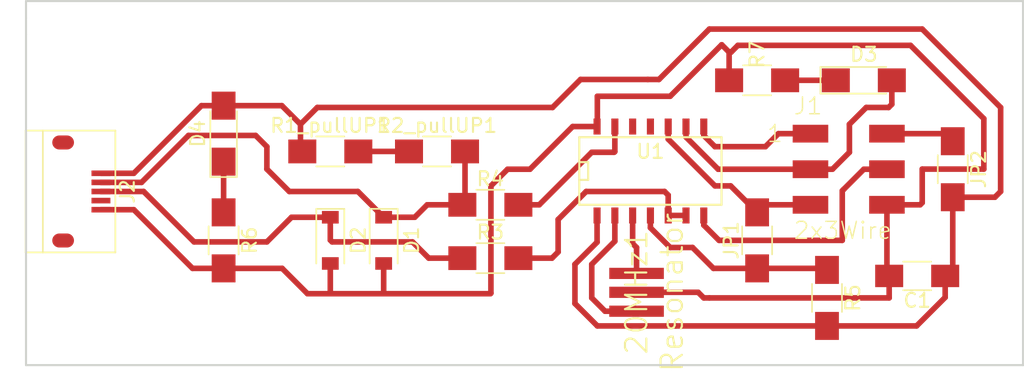
<source format=kicad_pcb>
(kicad_pcb (version 4) (host pcbnew 4.0.7)

  (general
    (links 37)
    (no_connects 1)
    (area 102.015 69.124999 175.275001 94.296857)
    (thickness 1.6)
    (drawings 7)
    (tracks 156)
    (zones 0)
    (modules 18)
    (nets 22)
  )

  (page A4)
  (layers
    (0 F.Cu signal)
    (31 B.Cu signal)
    (32 B.Adhes user)
    (33 F.Adhes user)
    (34 B.Paste user)
    (35 F.Paste user)
    (36 B.SilkS user)
    (37 F.SilkS user)
    (38 B.Mask user)
    (39 F.Mask user)
    (40 Dwgs.User user)
    (41 Cmts.User user)
    (42 Eco1.User user)
    (43 Eco2.User user)
    (44 Edge.Cuts user)
    (45 Margin user)
    (46 B.CrtYd user)
    (47 F.CrtYd user)
    (48 B.Fab user)
    (49 F.Fab user)
  )

  (setup
    (last_trace_width 0.4)
    (trace_clearance 0.4)
    (zone_clearance 0.508)
    (zone_45_only no)
    (trace_min 0.4)
    (segment_width 0.2)
    (edge_width 0.15)
    (via_size 0.6)
    (via_drill 0.4)
    (via_min_size 0.4)
    (via_min_drill 0.3)
    (uvia_size 0.3)
    (uvia_drill 0.1)
    (uvias_allowed no)
    (uvia_min_size 0.2)
    (uvia_min_drill 0.1)
    (pcb_text_width 0.3)
    (pcb_text_size 1.5 1.5)
    (mod_edge_width 0.15)
    (mod_text_size 1 1)
    (mod_text_width 0.15)
    (pad_size 1.55 1)
    (pad_drill 0)
    (pad_to_mask_clearance 0.2)
    (aux_axis_origin 0 0)
    (visible_elements FFFFFF7F)
    (pcbplotparams
      (layerselection 0x01000_80000001)
      (usegerberextensions false)
      (excludeedgelayer true)
      (linewidth 0.100000)
      (plotframeref false)
      (viasonmask false)
      (mode 1)
      (useauxorigin false)
      (hpglpennumber 1)
      (hpglpenspeed 20)
      (hpglpendiameter 15)
      (hpglpenoverlay 2)
      (psnegative false)
      (psa4output false)
      (plotreference true)
      (plotvalue true)
      (plotinvisibletext false)
      (padsonsilk false)
      (subtractmaskfromsilk false)
      (outputformat 3)
      (mirror false)
      (drillshape 0)
      (scaleselection 1)
      (outputdirectory ""))
  )

  (net 0 "")
  (net 1 XTAL1)
  (net 2 Earth)
  (net 3 XTAL2)
  (net 4 VCC)
  (net 5 "Net-(D1-Pad1)")
  (net 6 "Net-(D2-Pad1)")
  (net 7 "Net-(D3-Pad1)")
  (net 8 SCK)
  (net 9 "Net-(D4-Pad1)")
  (net 10 MISO)
  (net 11 RST)
  (net 12 "Net-(J1-Pad2)")
  (net 13 MOSI)
  (net 14 "Net-(J2-Pad4)")
  (net 15 "Net-(J2-Pad6)")
  (net 16 "Net-(JP1-Pad1)")
  (net 17 "Net-(R1_pullUP1-Pad2)")
  (net 18 "Net-(R3-Pad2)")
  (net 19 "Net-(R4-Pad2)")
  (net 20 "Net-(U1-Pad11)")
  (net 21 "Net-(U1-Pad12)")

  (net_class Default "This is the default net class."
    (clearance 0.4)
    (trace_width 0.4)
    (via_dia 0.6)
    (via_drill 0.4)
    (uvia_dia 0.3)
    (uvia_drill 0.1)
    (add_net Earth)
    (add_net MISO)
    (add_net MOSI)
    (add_net "Net-(D1-Pad1)")
    (add_net "Net-(D2-Pad1)")
    (add_net "Net-(D3-Pad1)")
    (add_net "Net-(D4-Pad1)")
    (add_net "Net-(J1-Pad2)")
    (add_net "Net-(J2-Pad4)")
    (add_net "Net-(J2-Pad6)")
    (add_net "Net-(JP1-Pad1)")
    (add_net "Net-(R1_pullUP1-Pad2)")
    (add_net "Net-(R3-Pad2)")
    (add_net "Net-(R4-Pad2)")
    (add_net "Net-(U1-Pad11)")
    (add_net "Net-(U1-Pad12)")
    (add_net RST)
    (add_net SCK)
    (add_net VCC)
    (add_net XTAL1)
    (add_net XTAL2)
  )

  (module Capacitors_SMD:C_1206_HandSoldering (layer F.Cu) (tedit 58AA84D1) (tstamp 5A8F4B03)
    (at 167.64 87.63 180)
    (descr "Capacitor SMD 1206, hand soldering")
    (tags "capacitor 1206")
    (path /5A8BFE19)
    (attr smd)
    (fp_text reference C1 (at 0 -1.75 180) (layer F.SilkS)
      (effects (font (size 1 1) (thickness 0.15)))
    )
    (fp_text value 1uF (at 0 2 180) (layer F.Fab)
      (effects (font (size 1 1) (thickness 0.15)))
    )
    (fp_text user %R (at 0 -1.75 180) (layer F.Fab)
      (effects (font (size 1 1) (thickness 0.15)))
    )
    (fp_line (start -1.6 0.8) (end -1.6 -0.8) (layer F.Fab) (width 0.1))
    (fp_line (start 1.6 0.8) (end -1.6 0.8) (layer F.Fab) (width 0.1))
    (fp_line (start 1.6 -0.8) (end 1.6 0.8) (layer F.Fab) (width 0.1))
    (fp_line (start -1.6 -0.8) (end 1.6 -0.8) (layer F.Fab) (width 0.1))
    (fp_line (start 1 -1.02) (end -1 -1.02) (layer F.SilkS) (width 0.12))
    (fp_line (start -1 1.02) (end 1 1.02) (layer F.SilkS) (width 0.12))
    (fp_line (start -3.25 -1.05) (end 3.25 -1.05) (layer F.CrtYd) (width 0.05))
    (fp_line (start -3.25 -1.05) (end -3.25 1.05) (layer F.CrtYd) (width 0.05))
    (fp_line (start 3.25 1.05) (end 3.25 -1.05) (layer F.CrtYd) (width 0.05))
    (fp_line (start 3.25 1.05) (end -3.25 1.05) (layer F.CrtYd) (width 0.05))
    (pad 1 smd rect (at -2 0 180) (size 2 1.6) (layers F.Cu F.Paste F.Mask)
      (net 4 VCC))
    (pad 2 smd rect (at 2 0 180) (size 2 1.6) (layers F.Cu F.Paste F.Mask)
      (net 2 Earth))
    (model Capacitors_SMD.3dshapes/C_1206.wrl
      (at (xyz 0 0 0))
      (scale (xyz 1 1 1))
      (rotate (xyz 0 0 0))
    )
  )

  (module Diodes_SMD:D_SOD-123 (layer F.Cu) (tedit 58645DC7) (tstamp 5A8F4B1C)
    (at 129.54 85.09 270)
    (descr SOD-123)
    (tags SOD-123)
    (path /5A8BFB99)
    (attr smd)
    (fp_text reference D1 (at 0 -2 270) (layer F.SilkS)
      (effects (font (size 1 1) (thickness 0.15)))
    )
    (fp_text value 3.3V (at 0 2.1 270) (layer F.Fab)
      (effects (font (size 1 1) (thickness 0.15)))
    )
    (fp_text user %R (at 0 -2 270) (layer F.Fab)
      (effects (font (size 1 1) (thickness 0.15)))
    )
    (fp_line (start -2.25 -1) (end -2.25 1) (layer F.SilkS) (width 0.12))
    (fp_line (start 0.25 0) (end 0.75 0) (layer F.Fab) (width 0.1))
    (fp_line (start 0.25 0.4) (end -0.35 0) (layer F.Fab) (width 0.1))
    (fp_line (start 0.25 -0.4) (end 0.25 0.4) (layer F.Fab) (width 0.1))
    (fp_line (start -0.35 0) (end 0.25 -0.4) (layer F.Fab) (width 0.1))
    (fp_line (start -0.35 0) (end -0.35 0.55) (layer F.Fab) (width 0.1))
    (fp_line (start -0.35 0) (end -0.35 -0.55) (layer F.Fab) (width 0.1))
    (fp_line (start -0.75 0) (end -0.35 0) (layer F.Fab) (width 0.1))
    (fp_line (start -1.4 0.9) (end -1.4 -0.9) (layer F.Fab) (width 0.1))
    (fp_line (start 1.4 0.9) (end -1.4 0.9) (layer F.Fab) (width 0.1))
    (fp_line (start 1.4 -0.9) (end 1.4 0.9) (layer F.Fab) (width 0.1))
    (fp_line (start -1.4 -0.9) (end 1.4 -0.9) (layer F.Fab) (width 0.1))
    (fp_line (start -2.35 -1.15) (end 2.35 -1.15) (layer F.CrtYd) (width 0.05))
    (fp_line (start 2.35 -1.15) (end 2.35 1.15) (layer F.CrtYd) (width 0.05))
    (fp_line (start 2.35 1.15) (end -2.35 1.15) (layer F.CrtYd) (width 0.05))
    (fp_line (start -2.35 -1.15) (end -2.35 1.15) (layer F.CrtYd) (width 0.05))
    (fp_line (start -2.25 1) (end 1.65 1) (layer F.SilkS) (width 0.12))
    (fp_line (start -2.25 -1) (end 1.65 -1) (layer F.SilkS) (width 0.12))
    (pad 1 smd rect (at -1.65 0 270) (size 0.9 1.2) (layers F.Cu F.Paste F.Mask)
      (net 5 "Net-(D1-Pad1)"))
    (pad 2 smd rect (at 1.65 0 270) (size 0.9 1.2) (layers F.Cu F.Paste F.Mask)
      (net 2 Earth))
    (model ${KISYS3DMOD}/Diodes_SMD.3dshapes/D_SOD-123.wrl
      (at (xyz 0 0 0))
      (scale (xyz 1 1 1))
      (rotate (xyz 0 0 0))
    )
  )

  (module Diodes_SMD:D_SOD-123 (layer F.Cu) (tedit 58645DC7) (tstamp 5A8F4B35)
    (at 125.73 85.09 270)
    (descr SOD-123)
    (tags SOD-123)
    (path /5A8BFB57)
    (attr smd)
    (fp_text reference D2 (at 0 -2 270) (layer F.SilkS)
      (effects (font (size 1 1) (thickness 0.15)))
    )
    (fp_text value 3.3V (at 0 2.1 270) (layer F.Fab)
      (effects (font (size 1 1) (thickness 0.15)))
    )
    (fp_text user %R (at 0 -2 270) (layer F.Fab)
      (effects (font (size 1 1) (thickness 0.15)))
    )
    (fp_line (start -2.25 -1) (end -2.25 1) (layer F.SilkS) (width 0.12))
    (fp_line (start 0.25 0) (end 0.75 0) (layer F.Fab) (width 0.1))
    (fp_line (start 0.25 0.4) (end -0.35 0) (layer F.Fab) (width 0.1))
    (fp_line (start 0.25 -0.4) (end 0.25 0.4) (layer F.Fab) (width 0.1))
    (fp_line (start -0.35 0) (end 0.25 -0.4) (layer F.Fab) (width 0.1))
    (fp_line (start -0.35 0) (end -0.35 0.55) (layer F.Fab) (width 0.1))
    (fp_line (start -0.35 0) (end -0.35 -0.55) (layer F.Fab) (width 0.1))
    (fp_line (start -0.75 0) (end -0.35 0) (layer F.Fab) (width 0.1))
    (fp_line (start -1.4 0.9) (end -1.4 -0.9) (layer F.Fab) (width 0.1))
    (fp_line (start 1.4 0.9) (end -1.4 0.9) (layer F.Fab) (width 0.1))
    (fp_line (start 1.4 -0.9) (end 1.4 0.9) (layer F.Fab) (width 0.1))
    (fp_line (start -1.4 -0.9) (end 1.4 -0.9) (layer F.Fab) (width 0.1))
    (fp_line (start -2.35 -1.15) (end 2.35 -1.15) (layer F.CrtYd) (width 0.05))
    (fp_line (start 2.35 -1.15) (end 2.35 1.15) (layer F.CrtYd) (width 0.05))
    (fp_line (start 2.35 1.15) (end -2.35 1.15) (layer F.CrtYd) (width 0.05))
    (fp_line (start -2.35 -1.15) (end -2.35 1.15) (layer F.CrtYd) (width 0.05))
    (fp_line (start -2.25 1) (end 1.65 1) (layer F.SilkS) (width 0.12))
    (fp_line (start -2.25 -1) (end 1.65 -1) (layer F.SilkS) (width 0.12))
    (pad 1 smd rect (at -1.65 0 270) (size 0.9 1.2) (layers F.Cu F.Paste F.Mask)
      (net 6 "Net-(D2-Pad1)"))
    (pad 2 smd rect (at 1.65 0 270) (size 0.9 1.2) (layers F.Cu F.Paste F.Mask)
      (net 2 Earth))
    (model ${KISYS3DMOD}/Diodes_SMD.3dshapes/D_SOD-123.wrl
      (at (xyz 0 0 0))
      (scale (xyz 1 1 1))
      (rotate (xyz 0 0 0))
    )
  )

  (module LEDs:LED_1206_HandSoldering (layer F.Cu) (tedit 595FC724) (tstamp 5A8F4B4A)
    (at 163.83 73.66)
    (descr "LED SMD 1206, hand soldering")
    (tags "LED 1206")
    (path /5A8BFD44)
    (attr smd)
    (fp_text reference D3 (at 0 -1.85) (layer F.SilkS)
      (effects (font (size 1 1) (thickness 0.15)))
    )
    (fp_text value GREEN (at 0 1.9) (layer F.Fab)
      (effects (font (size 1 1) (thickness 0.15)))
    )
    (fp_line (start -3.1 -0.95) (end -3.1 0.95) (layer F.SilkS) (width 0.12))
    (fp_line (start -0.4 0) (end 0.2 -0.4) (layer F.Fab) (width 0.1))
    (fp_line (start 0.2 -0.4) (end 0.2 0.4) (layer F.Fab) (width 0.1))
    (fp_line (start 0.2 0.4) (end -0.4 0) (layer F.Fab) (width 0.1))
    (fp_line (start -0.45 -0.4) (end -0.45 0.4) (layer F.Fab) (width 0.1))
    (fp_line (start -1.6 0.8) (end -1.6 -0.8) (layer F.Fab) (width 0.1))
    (fp_line (start 1.6 0.8) (end -1.6 0.8) (layer F.Fab) (width 0.1))
    (fp_line (start 1.6 -0.8) (end 1.6 0.8) (layer F.Fab) (width 0.1))
    (fp_line (start -1.6 -0.8) (end 1.6 -0.8) (layer F.Fab) (width 0.1))
    (fp_line (start -3.1 0.95) (end 1.6 0.95) (layer F.SilkS) (width 0.12))
    (fp_line (start -3.1 -0.95) (end 1.6 -0.95) (layer F.SilkS) (width 0.12))
    (fp_line (start -3.25 -1.11) (end 3.25 -1.11) (layer F.CrtYd) (width 0.05))
    (fp_line (start -3.25 -1.11) (end -3.25 1.1) (layer F.CrtYd) (width 0.05))
    (fp_line (start 3.25 1.1) (end 3.25 -1.11) (layer F.CrtYd) (width 0.05))
    (fp_line (start 3.25 1.1) (end -3.25 1.1) (layer F.CrtYd) (width 0.05))
    (pad 1 smd rect (at -2 0) (size 2 1.7) (layers F.Cu F.Paste F.Mask)
      (net 7 "Net-(D3-Pad1)"))
    (pad 2 smd rect (at 2 0) (size 2 1.7) (layers F.Cu F.Paste F.Mask)
      (net 8 SCK))
    (model ${KISYS3DMOD}/LEDs.3dshapes/LED_1206.wrl
      (at (xyz 0 0 0))
      (scale (xyz 1 1 1))
      (rotate (xyz 0 0 180))
    )
  )

  (module LEDs:LED_1206_HandSoldering (layer F.Cu) (tedit 595FC724) (tstamp 5A8F4B5F)
    (at 118.11 77.47 90)
    (descr "LED SMD 1206, hand soldering")
    (tags "LED 1206")
    (path /5A8BFD99)
    (attr smd)
    (fp_text reference D4 (at 0 -1.85 90) (layer F.SilkS)
      (effects (font (size 1 1) (thickness 0.15)))
    )
    (fp_text value RED (at 0 1.9 90) (layer F.Fab)
      (effects (font (size 1 1) (thickness 0.15)))
    )
    (fp_line (start -3.1 -0.95) (end -3.1 0.95) (layer F.SilkS) (width 0.12))
    (fp_line (start -0.4 0) (end 0.2 -0.4) (layer F.Fab) (width 0.1))
    (fp_line (start 0.2 -0.4) (end 0.2 0.4) (layer F.Fab) (width 0.1))
    (fp_line (start 0.2 0.4) (end -0.4 0) (layer F.Fab) (width 0.1))
    (fp_line (start -0.45 -0.4) (end -0.45 0.4) (layer F.Fab) (width 0.1))
    (fp_line (start -1.6 0.8) (end -1.6 -0.8) (layer F.Fab) (width 0.1))
    (fp_line (start 1.6 0.8) (end -1.6 0.8) (layer F.Fab) (width 0.1))
    (fp_line (start 1.6 -0.8) (end 1.6 0.8) (layer F.Fab) (width 0.1))
    (fp_line (start -1.6 -0.8) (end 1.6 -0.8) (layer F.Fab) (width 0.1))
    (fp_line (start -3.1 0.95) (end 1.6 0.95) (layer F.SilkS) (width 0.12))
    (fp_line (start -3.1 -0.95) (end 1.6 -0.95) (layer F.SilkS) (width 0.12))
    (fp_line (start -3.25 -1.11) (end 3.25 -1.11) (layer F.CrtYd) (width 0.05))
    (fp_line (start -3.25 -1.11) (end -3.25 1.1) (layer F.CrtYd) (width 0.05))
    (fp_line (start 3.25 1.1) (end 3.25 -1.11) (layer F.CrtYd) (width 0.05))
    (fp_line (start 3.25 1.1) (end -3.25 1.1) (layer F.CrtYd) (width 0.05))
    (pad 1 smd rect (at -2 0 90) (size 2 1.7) (layers F.Cu F.Paste F.Mask)
      (net 9 "Net-(D4-Pad1)"))
    (pad 2 smd rect (at 2 0 90) (size 2 1.7) (layers F.Cu F.Paste F.Mask)
      (net 4 VCC))
    (model ${KISYS3DMOD}/LEDs.3dshapes/LED_1206.wrl
      (at (xyz 0 0 0))
      (scale (xyz 1 1 1))
      (rotate (xyz 0 0 180))
    )
  )

  (module fab:2X03SMD (layer F.Cu) (tedit 0) (tstamp 5A8F4B6A)
    (at 162.56 80.01)
    (path /5A8BFCE1)
    (fp_text reference J1 (at -3.81 -3.81) (layer F.SilkS)
      (effects (font (size 1.2065 1.2065) (thickness 0.1016)) (justify left bottom))
    )
    (fp_text value 2x3Wire (at -3.81 5.08) (layer F.SilkS)
      (effects (font (size 1.2065 1.2065) (thickness 0.1016)) (justify left bottom))
    )
    (fp_text user 1 (at -5.08 -2.54) (layer F.SilkS)
      (effects (font (size 1.2065 1.2065) (thickness 0.1016)))
    )
    (pad 1 smd rect (at -2.54 -2.54) (size 2.54 1.27) (layers F.Cu F.Paste F.Mask)
      (net 10 MISO))
    (pad 3 smd rect (at -2.54 0) (size 2.54 1.27) (layers F.Cu F.Paste F.Mask)
      (net 8 SCK))
    (pad 5 smd rect (at -2.54 2.54) (size 2.54 1.27) (layers F.Cu F.Paste F.Mask)
      (net 11 RST))
    (pad 2 smd rect (at 2.92 -2.54) (size 2.54 1.27) (layers F.Cu F.Paste F.Mask)
      (net 12 "Net-(J1-Pad2)"))
    (pad 4 smd rect (at 2.92 0) (size 2.54 1.27) (layers F.Cu F.Paste F.Mask)
      (net 13 MOSI))
    (pad 6 smd rect (at 2.92 2.54) (size 2.54 1.27) (layers F.Cu F.Paste F.Mask)
      (net 2 Earth))
  )

  (module Connectors:USB_Micro-B (layer F.Cu) (tedit 5A8C5D34) (tstamp 5A8F4B80)
    (at 108 81.6 270)
    (descr "Micro USB Type B Receptacle")
    (tags "USB USB_B USB_micro USB_OTG")
    (path /5A8C0973)
    (attr smd)
    (fp_text reference J2 (at 0 -3.24 270) (layer F.SilkS)
      (effects (font (size 1 1) (thickness 0.15)))
    )
    (fp_text value USB_OTG (at 0 5.01 270) (layer F.Fab)
      (effects (font (size 1 1) (thickness 0.15)))
    )
    (fp_line (start -4.6 -2.59) (end 4.6 -2.59) (layer F.CrtYd) (width 0.05))
    (fp_line (start 4.6 -2.59) (end 4.6 4.26) (layer F.CrtYd) (width 0.05))
    (fp_line (start 4.6 4.26) (end -4.6 4.26) (layer F.CrtYd) (width 0.05))
    (fp_line (start -4.6 4.26) (end -4.6 -2.59) (layer F.CrtYd) (width 0.05))
    (fp_line (start -4.35 4.03) (end 4.35 4.03) (layer F.SilkS) (width 0.12))
    (fp_line (start -4.35 -2.38) (end 4.35 -2.38) (layer F.SilkS) (width 0.12))
    (fp_line (start 4.35 -2.38) (end 4.35 4.03) (layer F.SilkS) (width 0.12))
    (fp_line (start 4.35 2.8) (end -4.35 2.8) (layer F.SilkS) (width 0.12))
    (fp_line (start -4.35 4.03) (end -4.35 -2.38) (layer F.SilkS) (width 0.12))
    (pad 1 smd rect (at -1.3 -1.35) (size 1.35 0.4) (layers F.Cu F.Paste F.Mask)
      (net 4 VCC))
    (pad 2 smd rect (at -0.65 -1.35) (size 1.35 0.4) (layers F.Cu F.Paste F.Mask)
      (net 5 "Net-(D1-Pad1)"))
    (pad 3 smd rect (at 0 -1.35) (size 1.35 0.4) (layers F.Cu F.Paste F.Mask)
      (net 6 "Net-(D2-Pad1)"))
    (pad 4 smd rect (at 0.65 -1.35) (size 1.35 0.4) (layers F.Cu F.Paste F.Mask)
      (net 14 "Net-(J2-Pad4)"))
    (pad 5 smd rect (at 1.3 -1.35) (size 1.35 0.4) (layers F.Cu F.Paste F.Mask)
      (net 2 Earth))
    (pad 6 smd oval (at -3.5 1.35) (size 1.55 1) (layers F.Cu F.Paste F.Mask)
      (net 15 "Net-(J2-Pad6)"))
    (pad 6 smd oval (at 3.5 1.35) (size 1.55 1) (layers F.Cu F.Paste F.Mask)
      (net 15 "Net-(J2-Pad6)"))
  )

  (module Resistors_SMD:R_1206_HandSoldering (layer F.Cu) (tedit 58E0A804) (tstamp 5A8F4B91)
    (at 156.21 85.09 90)
    (descr "Resistor SMD 1206, hand soldering")
    (tags "resistor 1206")
    (path /5A8BFC29)
    (attr smd)
    (fp_text reference JP1 (at 0 -1.85 90) (layer F.SilkS)
      (effects (font (size 1 1) (thickness 0.15)))
    )
    (fp_text value Jumper (at 0 1.9 90) (layer F.Fab)
      (effects (font (size 1 1) (thickness 0.15)))
    )
    (fp_text user %R (at 0 0 90) (layer F.Fab)
      (effects (font (size 0.7 0.7) (thickness 0.105)))
    )
    (fp_line (start -1.6 0.8) (end -1.6 -0.8) (layer F.Fab) (width 0.1))
    (fp_line (start 1.6 0.8) (end -1.6 0.8) (layer F.Fab) (width 0.1))
    (fp_line (start 1.6 -0.8) (end 1.6 0.8) (layer F.Fab) (width 0.1))
    (fp_line (start -1.6 -0.8) (end 1.6 -0.8) (layer F.Fab) (width 0.1))
    (fp_line (start 1 1.07) (end -1 1.07) (layer F.SilkS) (width 0.12))
    (fp_line (start -1 -1.07) (end 1 -1.07) (layer F.SilkS) (width 0.12))
    (fp_line (start -3.25 -1.11) (end 3.25 -1.11) (layer F.CrtYd) (width 0.05))
    (fp_line (start -3.25 -1.11) (end -3.25 1.1) (layer F.CrtYd) (width 0.05))
    (fp_line (start 3.25 1.1) (end 3.25 -1.11) (layer F.CrtYd) (width 0.05))
    (fp_line (start 3.25 1.1) (end -3.25 1.1) (layer F.CrtYd) (width 0.05))
    (pad 1 smd rect (at -2 0 90) (size 2 1.7) (layers F.Cu F.Paste F.Mask)
      (net 16 "Net-(JP1-Pad1)"))
    (pad 2 smd rect (at 2 0 90) (size 2 1.7) (layers F.Cu F.Paste F.Mask)
      (net 11 RST))
    (model ${KISYS3DMOD}/Resistors_SMD.3dshapes/R_1206.wrl
      (at (xyz 0 0 0))
      (scale (xyz 1 1 1))
      (rotate (xyz 0 0 0))
    )
  )

  (module Resistors_SMD:R_1206_HandSoldering (layer F.Cu) (tedit 58E0A804) (tstamp 5A8F4BA2)
    (at 170.18 80.01 270)
    (descr "Resistor SMD 1206, hand soldering")
    (tags "resistor 1206")
    (path /5A8BFC6A)
    (attr smd)
    (fp_text reference JP2 (at 0 -1.85 270) (layer F.SilkS)
      (effects (font (size 1 1) (thickness 0.15)))
    )
    (fp_text value Jumper (at 0 1.9 270) (layer F.Fab)
      (effects (font (size 1 1) (thickness 0.15)))
    )
    (fp_text user %R (at 0 0 270) (layer F.Fab)
      (effects (font (size 0.7 0.7) (thickness 0.105)))
    )
    (fp_line (start -1.6 0.8) (end -1.6 -0.8) (layer F.Fab) (width 0.1))
    (fp_line (start 1.6 0.8) (end -1.6 0.8) (layer F.Fab) (width 0.1))
    (fp_line (start 1.6 -0.8) (end 1.6 0.8) (layer F.Fab) (width 0.1))
    (fp_line (start -1.6 -0.8) (end 1.6 -0.8) (layer F.Fab) (width 0.1))
    (fp_line (start 1 1.07) (end -1 1.07) (layer F.SilkS) (width 0.12))
    (fp_line (start -1 -1.07) (end 1 -1.07) (layer F.SilkS) (width 0.12))
    (fp_line (start -3.25 -1.11) (end 3.25 -1.11) (layer F.CrtYd) (width 0.05))
    (fp_line (start -3.25 -1.11) (end -3.25 1.1) (layer F.CrtYd) (width 0.05))
    (fp_line (start 3.25 1.1) (end 3.25 -1.11) (layer F.CrtYd) (width 0.05))
    (fp_line (start 3.25 1.1) (end -3.25 1.1) (layer F.CrtYd) (width 0.05))
    (pad 1 smd rect (at -2 0 270) (size 2 1.7) (layers F.Cu F.Paste F.Mask)
      (net 12 "Net-(J1-Pad2)"))
    (pad 2 smd rect (at 2 0 270) (size 2 1.7) (layers F.Cu F.Paste F.Mask)
      (net 4 VCC))
    (model ${KISYS3DMOD}/Resistors_SMD.3dshapes/R_1206.wrl
      (at (xyz 0 0 0))
      (scale (xyz 1 1 1))
      (rotate (xyz 0 0 0))
    )
  )

  (module Resistors_SMD:R_1206_HandSoldering (layer F.Cu) (tedit 58E0A804) (tstamp 5A8F4BB3)
    (at 125.73 78.74)
    (descr "Resistor SMD 1206, hand soldering")
    (tags "resistor 1206")
    (path /5A8BFA4E)
    (attr smd)
    (fp_text reference R1_pullUP1 (at 0 -1.85) (layer F.SilkS)
      (effects (font (size 1 1) (thickness 0.15)))
    )
    (fp_text value 1k (at 0 1.9) (layer F.Fab)
      (effects (font (size 1 1) (thickness 0.15)))
    )
    (fp_text user %R (at 0 0) (layer F.Fab)
      (effects (font (size 0.7 0.7) (thickness 0.105)))
    )
    (fp_line (start -1.6 0.8) (end -1.6 -0.8) (layer F.Fab) (width 0.1))
    (fp_line (start 1.6 0.8) (end -1.6 0.8) (layer F.Fab) (width 0.1))
    (fp_line (start 1.6 -0.8) (end 1.6 0.8) (layer F.Fab) (width 0.1))
    (fp_line (start -1.6 -0.8) (end 1.6 -0.8) (layer F.Fab) (width 0.1))
    (fp_line (start 1 1.07) (end -1 1.07) (layer F.SilkS) (width 0.12))
    (fp_line (start -1 -1.07) (end 1 -1.07) (layer F.SilkS) (width 0.12))
    (fp_line (start -3.25 -1.11) (end 3.25 -1.11) (layer F.CrtYd) (width 0.05))
    (fp_line (start -3.25 -1.11) (end -3.25 1.1) (layer F.CrtYd) (width 0.05))
    (fp_line (start 3.25 1.1) (end 3.25 -1.11) (layer F.CrtYd) (width 0.05))
    (fp_line (start 3.25 1.1) (end -3.25 1.1) (layer F.CrtYd) (width 0.05))
    (pad 1 smd rect (at -2 0) (size 2 1.7) (layers F.Cu F.Paste F.Mask)
      (net 4 VCC))
    (pad 2 smd rect (at 2 0) (size 2 1.7) (layers F.Cu F.Paste F.Mask)
      (net 17 "Net-(R1_pullUP1-Pad2)"))
    (model ${KISYS3DMOD}/Resistors_SMD.3dshapes/R_1206.wrl
      (at (xyz 0 0 0))
      (scale (xyz 1 1 1))
      (rotate (xyz 0 0 0))
    )
  )

  (module Resistors_SMD:R_1206_HandSoldering (layer F.Cu) (tedit 58E0A804) (tstamp 5A8F4BC4)
    (at 133.35 78.74)
    (descr "Resistor SMD 1206, hand soldering")
    (tags "resistor 1206")
    (path /5A8BFA9F)
    (attr smd)
    (fp_text reference R2_pullUP1 (at 0 -1.85) (layer F.SilkS)
      (effects (font (size 1 1) (thickness 0.15)))
    )
    (fp_text value 499 (at 0 1.9) (layer F.Fab)
      (effects (font (size 1 1) (thickness 0.15)))
    )
    (fp_text user %R (at 0 0) (layer F.Fab)
      (effects (font (size 0.7 0.7) (thickness 0.105)))
    )
    (fp_line (start -1.6 0.8) (end -1.6 -0.8) (layer F.Fab) (width 0.1))
    (fp_line (start 1.6 0.8) (end -1.6 0.8) (layer F.Fab) (width 0.1))
    (fp_line (start 1.6 -0.8) (end 1.6 0.8) (layer F.Fab) (width 0.1))
    (fp_line (start -1.6 -0.8) (end 1.6 -0.8) (layer F.Fab) (width 0.1))
    (fp_line (start 1 1.07) (end -1 1.07) (layer F.SilkS) (width 0.12))
    (fp_line (start -1 -1.07) (end 1 -1.07) (layer F.SilkS) (width 0.12))
    (fp_line (start -3.25 -1.11) (end 3.25 -1.11) (layer F.CrtYd) (width 0.05))
    (fp_line (start -3.25 -1.11) (end -3.25 1.1) (layer F.CrtYd) (width 0.05))
    (fp_line (start 3.25 1.1) (end 3.25 -1.11) (layer F.CrtYd) (width 0.05))
    (fp_line (start 3.25 1.1) (end -3.25 1.1) (layer F.CrtYd) (width 0.05))
    (pad 1 smd rect (at -2 0) (size 2 1.7) (layers F.Cu F.Paste F.Mask)
      (net 17 "Net-(R1_pullUP1-Pad2)"))
    (pad 2 smd rect (at 2 0) (size 2 1.7) (layers F.Cu F.Paste F.Mask)
      (net 5 "Net-(D1-Pad1)"))
    (model ${KISYS3DMOD}/Resistors_SMD.3dshapes/R_1206.wrl
      (at (xyz 0 0 0))
      (scale (xyz 1 1 1))
      (rotate (xyz 0 0 0))
    )
  )

  (module Resistors_SMD:R_1206_HandSoldering (layer F.Cu) (tedit 58E0A804) (tstamp 5A8F4BD5)
    (at 137.16 86.36)
    (descr "Resistor SMD 1206, hand soldering")
    (tags "resistor 1206")
    (path /5A8BFAD7)
    (attr smd)
    (fp_text reference R3 (at 0 -1.85) (layer F.SilkS)
      (effects (font (size 1 1) (thickness 0.15)))
    )
    (fp_text value 100 (at 0 1.9) (layer F.Fab)
      (effects (font (size 1 1) (thickness 0.15)))
    )
    (fp_text user %R (at 0 0) (layer F.Fab)
      (effects (font (size 0.7 0.7) (thickness 0.105)))
    )
    (fp_line (start -1.6 0.8) (end -1.6 -0.8) (layer F.Fab) (width 0.1))
    (fp_line (start 1.6 0.8) (end -1.6 0.8) (layer F.Fab) (width 0.1))
    (fp_line (start 1.6 -0.8) (end 1.6 0.8) (layer F.Fab) (width 0.1))
    (fp_line (start -1.6 -0.8) (end 1.6 -0.8) (layer F.Fab) (width 0.1))
    (fp_line (start 1 1.07) (end -1 1.07) (layer F.SilkS) (width 0.12))
    (fp_line (start -1 -1.07) (end 1 -1.07) (layer F.SilkS) (width 0.12))
    (fp_line (start -3.25 -1.11) (end 3.25 -1.11) (layer F.CrtYd) (width 0.05))
    (fp_line (start -3.25 -1.11) (end -3.25 1.1) (layer F.CrtYd) (width 0.05))
    (fp_line (start 3.25 1.1) (end 3.25 -1.11) (layer F.CrtYd) (width 0.05))
    (fp_line (start 3.25 1.1) (end -3.25 1.1) (layer F.CrtYd) (width 0.05))
    (pad 1 smd rect (at -2 0) (size 2 1.7) (layers F.Cu F.Paste F.Mask)
      (net 6 "Net-(D2-Pad1)"))
    (pad 2 smd rect (at 2 0) (size 2 1.7) (layers F.Cu F.Paste F.Mask)
      (net 18 "Net-(R3-Pad2)"))
    (model ${KISYS3DMOD}/Resistors_SMD.3dshapes/R_1206.wrl
      (at (xyz 0 0 0))
      (scale (xyz 1 1 1))
      (rotate (xyz 0 0 0))
    )
  )

  (module Resistors_SMD:R_1206_HandSoldering (layer F.Cu) (tedit 58E0A804) (tstamp 5A8F4BE6)
    (at 137.16 82.55)
    (descr "Resistor SMD 1206, hand soldering")
    (tags "resistor 1206")
    (path /5A8C2C23)
    (attr smd)
    (fp_text reference R4 (at 0 -1.85) (layer F.SilkS)
      (effects (font (size 1 1) (thickness 0.15)))
    )
    (fp_text value 100 (at 0 1.9) (layer F.Fab)
      (effects (font (size 1 1) (thickness 0.15)))
    )
    (fp_text user %R (at 0 0) (layer F.Fab)
      (effects (font (size 0.7 0.7) (thickness 0.105)))
    )
    (fp_line (start -1.6 0.8) (end -1.6 -0.8) (layer F.Fab) (width 0.1))
    (fp_line (start 1.6 0.8) (end -1.6 0.8) (layer F.Fab) (width 0.1))
    (fp_line (start 1.6 -0.8) (end 1.6 0.8) (layer F.Fab) (width 0.1))
    (fp_line (start -1.6 -0.8) (end 1.6 -0.8) (layer F.Fab) (width 0.1))
    (fp_line (start 1 1.07) (end -1 1.07) (layer F.SilkS) (width 0.12))
    (fp_line (start -1 -1.07) (end 1 -1.07) (layer F.SilkS) (width 0.12))
    (fp_line (start -3.25 -1.11) (end 3.25 -1.11) (layer F.CrtYd) (width 0.05))
    (fp_line (start -3.25 -1.11) (end -3.25 1.1) (layer F.CrtYd) (width 0.05))
    (fp_line (start 3.25 1.1) (end 3.25 -1.11) (layer F.CrtYd) (width 0.05))
    (fp_line (start 3.25 1.1) (end -3.25 1.1) (layer F.CrtYd) (width 0.05))
    (pad 1 smd rect (at -2 0) (size 2 1.7) (layers F.Cu F.Paste F.Mask)
      (net 5 "Net-(D1-Pad1)"))
    (pad 2 smd rect (at 2 0) (size 2 1.7) (layers F.Cu F.Paste F.Mask)
      (net 19 "Net-(R4-Pad2)"))
    (model ${KISYS3DMOD}/Resistors_SMD.3dshapes/R_1206.wrl
      (at (xyz 0 0 0))
      (scale (xyz 1 1 1))
      (rotate (xyz 0 0 0))
    )
  )

  (module Resistors_SMD:R_1206_HandSoldering (layer F.Cu) (tedit 58E0A804) (tstamp 5A8F4BF7)
    (at 161.2 89.2 270)
    (descr "Resistor SMD 1206, hand soldering")
    (tags "resistor 1206")
    (path /5A8BFB1A)
    (attr smd)
    (fp_text reference R5 (at 0 -1.85 270) (layer F.SilkS)
      (effects (font (size 1 1) (thickness 0.15)))
    )
    (fp_text value 10k (at 0 1.9 270) (layer F.Fab)
      (effects (font (size 1 1) (thickness 0.15)))
    )
    (fp_text user %R (at 0 0 270) (layer F.Fab)
      (effects (font (size 0.7 0.7) (thickness 0.105)))
    )
    (fp_line (start -1.6 0.8) (end -1.6 -0.8) (layer F.Fab) (width 0.1))
    (fp_line (start 1.6 0.8) (end -1.6 0.8) (layer F.Fab) (width 0.1))
    (fp_line (start 1.6 -0.8) (end 1.6 0.8) (layer F.Fab) (width 0.1))
    (fp_line (start -1.6 -0.8) (end 1.6 -0.8) (layer F.Fab) (width 0.1))
    (fp_line (start 1 1.07) (end -1 1.07) (layer F.SilkS) (width 0.12))
    (fp_line (start -1 -1.07) (end 1 -1.07) (layer F.SilkS) (width 0.12))
    (fp_line (start -3.25 -1.11) (end 3.25 -1.11) (layer F.CrtYd) (width 0.05))
    (fp_line (start -3.25 -1.11) (end -3.25 1.1) (layer F.CrtYd) (width 0.05))
    (fp_line (start 3.25 1.1) (end 3.25 -1.11) (layer F.CrtYd) (width 0.05))
    (fp_line (start 3.25 1.1) (end -3.25 1.1) (layer F.CrtYd) (width 0.05))
    (pad 1 smd rect (at -2 0 270) (size 2 1.7) (layers F.Cu F.Paste F.Mask)
      (net 16 "Net-(JP1-Pad1)"))
    (pad 2 smd rect (at 2 0 270) (size 2 1.7) (layers F.Cu F.Paste F.Mask)
      (net 4 VCC))
    (model ${KISYS3DMOD}/Resistors_SMD.3dshapes/R_1206.wrl
      (at (xyz 0 0 0))
      (scale (xyz 1 1 1))
      (rotate (xyz 0 0 0))
    )
  )

  (module Resistors_SMD:R_1206_HandSoldering (layer F.Cu) (tedit 58E0A804) (tstamp 5A8F4C08)
    (at 118.11 85.09 270)
    (descr "Resistor SMD 1206, hand soldering")
    (tags "resistor 1206")
    (path /5A8C6C8F)
    (attr smd)
    (fp_text reference R6 (at 0 -1.85 270) (layer F.SilkS)
      (effects (font (size 1 1) (thickness 0.15)))
    )
    (fp_text value 1k (at 0 1.9 270) (layer F.Fab)
      (effects (font (size 1 1) (thickness 0.15)))
    )
    (fp_text user %R (at 0 0 270) (layer F.Fab)
      (effects (font (size 0.7 0.7) (thickness 0.105)))
    )
    (fp_line (start -1.6 0.8) (end -1.6 -0.8) (layer F.Fab) (width 0.1))
    (fp_line (start 1.6 0.8) (end -1.6 0.8) (layer F.Fab) (width 0.1))
    (fp_line (start 1.6 -0.8) (end 1.6 0.8) (layer F.Fab) (width 0.1))
    (fp_line (start -1.6 -0.8) (end 1.6 -0.8) (layer F.Fab) (width 0.1))
    (fp_line (start 1 1.07) (end -1 1.07) (layer F.SilkS) (width 0.12))
    (fp_line (start -1 -1.07) (end 1 -1.07) (layer F.SilkS) (width 0.12))
    (fp_line (start -3.25 -1.11) (end 3.25 -1.11) (layer F.CrtYd) (width 0.05))
    (fp_line (start -3.25 -1.11) (end -3.25 1.1) (layer F.CrtYd) (width 0.05))
    (fp_line (start 3.25 1.1) (end 3.25 -1.11) (layer F.CrtYd) (width 0.05))
    (fp_line (start 3.25 1.1) (end -3.25 1.1) (layer F.CrtYd) (width 0.05))
    (pad 1 smd rect (at -2 0 270) (size 2 1.7) (layers F.Cu F.Paste F.Mask)
      (net 9 "Net-(D4-Pad1)"))
    (pad 2 smd rect (at 2 0 270) (size 2 1.7) (layers F.Cu F.Paste F.Mask)
      (net 2 Earth))
    (model ${KISYS3DMOD}/Resistors_SMD.3dshapes/R_1206.wrl
      (at (xyz 0 0 0))
      (scale (xyz 1 1 1))
      (rotate (xyz 0 0 0))
    )
  )

  (module Resistors_SMD:R_1206_HandSoldering (layer F.Cu) (tedit 5A8C3CC0) (tstamp 5A8F4C19)
    (at 156.21 73.66)
    (descr "Resistor SMD 1206, hand soldering")
    (tags "resistor 1206")
    (path /5A8C740C)
    (attr smd)
    (fp_text reference R7 (at 0 -1.85 90) (layer F.SilkS)
      (effects (font (size 1 1) (thickness 0.15)))
    )
    (fp_text value 499 (at 0 1.9) (layer F.Fab)
      (effects (font (size 1 1) (thickness 0.15)))
    )
    (fp_text user %R (at 0 0) (layer F.Fab)
      (effects (font (size 0.7 0.7) (thickness 0.105)))
    )
    (fp_line (start -1.6 0.8) (end -1.6 -0.8) (layer F.Fab) (width 0.1))
    (fp_line (start 1.6 0.8) (end -1.6 0.8) (layer F.Fab) (width 0.1))
    (fp_line (start 1.6 -0.8) (end 1.6 0.8) (layer F.Fab) (width 0.1))
    (fp_line (start -1.6 -0.8) (end 1.6 -0.8) (layer F.Fab) (width 0.1))
    (fp_line (start 1 1.07) (end -1 1.07) (layer F.SilkS) (width 0.12))
    (fp_line (start -1 -1.07) (end 1 -1.07) (layer F.SilkS) (width 0.12))
    (fp_line (start -3.25 -1.11) (end 3.25 -1.11) (layer F.CrtYd) (width 0.05))
    (fp_line (start -3.25 -1.11) (end -3.25 1.1) (layer F.CrtYd) (width 0.05))
    (fp_line (start 3.25 1.1) (end 3.25 -1.11) (layer F.CrtYd) (width 0.05))
    (fp_line (start 3.25 1.1) (end -3.25 1.1) (layer F.CrtYd) (width 0.05))
    (pad 1 smd rect (at -2 0) (size 2 1.7) (layers F.Cu F.Paste F.Mask)
      (net 2 Earth))
    (pad 2 smd rect (at 2 0) (size 2 1.7) (layers F.Cu F.Paste F.Mask)
      (net 7 "Net-(D3-Pad1)"))
    (model ${KISYS3DMOD}/Resistors_SMD.3dshapes/R_1206.wrl
      (at (xyz 0 0 0))
      (scale (xyz 1 1 1))
      (rotate (xyz 0 0 0))
    )
  )

  (module SMD_Packages:SOIC-14_N (layer F.Cu) (tedit 0) (tstamp 5A8F4C32)
    (at 148.59 80.01)
    (descr "Module CMS SOJ 14 pins Large")
    (tags "CMS SOJ")
    (path /5A8BF8C6)
    (attr smd)
    (fp_text reference U1 (at 0 -1.27) (layer F.SilkS)
      (effects (font (size 1 1) (thickness 0.15)))
    )
    (fp_text value ATTINY44A-SSU (at 0 1.27) (layer F.Fab)
      (effects (font (size 1 1) (thickness 0.15)))
    )
    (fp_line (start 5.08 -2.286) (end 5.08 2.54) (layer F.SilkS) (width 0.15))
    (fp_line (start 5.08 2.54) (end -5.08 2.54) (layer F.SilkS) (width 0.15))
    (fp_line (start -5.08 2.54) (end -5.08 -2.286) (layer F.SilkS) (width 0.15))
    (fp_line (start -5.08 -2.286) (end 5.08 -2.286) (layer F.SilkS) (width 0.15))
    (fp_line (start -5.08 -0.508) (end -4.445 -0.508) (layer F.SilkS) (width 0.15))
    (fp_line (start -4.445 -0.508) (end -4.445 0.762) (layer F.SilkS) (width 0.15))
    (fp_line (start -4.445 0.762) (end -5.08 0.762) (layer F.SilkS) (width 0.15))
    (pad 1 smd rect (at -3.81 3.302) (size 0.508 1.143) (layers F.Cu F.Paste F.Mask)
      (net 4 VCC))
    (pad 2 smd rect (at -2.54 3.302) (size 0.508 1.143) (layers F.Cu F.Paste F.Mask)
      (net 1 XTAL1))
    (pad 3 smd rect (at -1.27 3.302) (size 0.508 1.143) (layers F.Cu F.Paste F.Mask)
      (net 3 XTAL2))
    (pad 4 smd rect (at 0 3.302) (size 0.508 1.143) (layers F.Cu F.Paste F.Mask)
      (net 16 "Net-(JP1-Pad1)"))
    (pad 5 smd rect (at 1.27 3.302) (size 0.508 1.143) (layers F.Cu F.Paste F.Mask)
      (net 18 "Net-(R3-Pad2)"))
    (pad 6 smd rect (at 2.54 3.302) (size 0.508 1.143) (layers F.Cu F.Paste F.Mask)
      (net 18 "Net-(R3-Pad2)"))
    (pad 7 smd rect (at 3.81 3.302) (size 0.508 1.143) (layers F.Cu F.Paste F.Mask)
      (net 13 MOSI))
    (pad 8 smd rect (at 3.81 -3.048) (size 0.508 1.143) (layers F.Cu F.Paste F.Mask)
      (net 10 MISO))
    (pad 9 smd rect (at 2.54 -3.048) (size 0.508 1.143) (layers F.Cu F.Paste F.Mask)
      (net 8 SCK))
    (pad 11 smd rect (at 0 -3.048) (size 0.508 1.143) (layers F.Cu F.Paste F.Mask)
      (net 20 "Net-(U1-Pad11)"))
    (pad 12 smd rect (at -1.27 -3.048) (size 0.508 1.143) (layers F.Cu F.Paste F.Mask)
      (net 21 "Net-(U1-Pad12)"))
    (pad 13 smd rect (at -2.54 -3.048) (size 0.508 1.143) (layers F.Cu F.Paste F.Mask)
      (net 19 "Net-(R4-Pad2)"))
    (pad 14 smd rect (at -3.81 -3.048) (size 0.508 1.143) (layers F.Cu F.Paste F.Mask)
      (net 2 Earth))
    (pad 10 smd rect (at 1.27 -3.048) (size 0.508 1.143) (layers F.Cu F.Paste F.Mask)
      (net 11 RST))
    (model SMD_Packages.3dshapes/SOIC-14_N.wrl
      (at (xyz 0 0 0))
      (scale (xyz 0.5 0.4 0.5))
      (rotate (xyz 0 0 0))
    )
  )

  (module fab:EFOBM (layer F.Cu) (tedit 5A8C4460) (tstamp 5A907B4B)
    (at 147.6 88.8 90)
    (path /5A8C5848)
    (fp_text reference 20MHz1 (at 0 0 90) (layer F.SilkS)
      (effects (font (thickness 0.15)))
    )
    (fp_text value Resonator (at 0 2.54 90) (layer F.SilkS)
      (effects (font (thickness 0.15)))
    )
    (pad 1 smd rect (at -1.35 0 180) (size 3.9 0.8) (layers F.Cu F.Paste F.Mask)
      (net 1 XTAL1))
    (pad 2 smd rect (at 0 0) (size 3.9 0.8) (layers F.Cu F.Paste F.Mask)
      (net 2 Earth))
    (pad 3 smd rect (at 1.35 0) (size 3.9 0.8) (layers F.Cu F.Paste F.Mask)
      (net 3 XTAL2))
  )

  (gr_line (start 104 68) (end 104 69.2) (angle 90) (layer Edge.Cuts) (width 0.15))
  (gr_line (start 175.2 68) (end 104 68) (angle 90) (layer Edge.Cuts) (width 0.15))
  (gr_line (start 175.2 69.2) (end 175.2 68) (angle 90) (layer Edge.Cuts) (width 0.15))
  (gr_line (start 104 69.2) (end 104 70.4) (angle 90) (layer Edge.Cuts) (width 0.15))
  (gr_line (start 175.2 94) (end 175.2 69.2) (angle 90) (layer Edge.Cuts) (width 0.15))
  (gr_line (start 104 94) (end 175.2 94) (angle 90) (layer Edge.Cuts) (width 0.15))
  (gr_line (start 104 70.4) (end 104 94) (angle 90) (layer Edge.Cuts) (width 0.15))

  (segment (start 147.6 90.15) (end 145.35 90.15) (width 0.4) (layer F.Cu) (net 1) (status 400000))
  (segment (start 146.05 85.15) (end 146.05 83.312) (width 0.4) (layer F.Cu) (net 1))
  (segment (start 146.05 85.15) (end 144.4 86.8) (width 0.4) (layer F.Cu) (net 1) (tstamp 5A907F52))
  (segment (start 144.4 86.8) (end 144.4 89.2) (width 0.4) (layer F.Cu) (net 1))
  (segment (start 145.35 90.15) (end 144.4 89.2) (width 0.4) (layer F.Cu) (net 1) (tstamp 5A8D221D))
  (segment (start 147.6 88.8) (end 152 88.8) (width 0.4) (layer F.Cu) (net 2) (status 400000))
  (segment (start 152.8 89.2) (end 165.64 89.2) (width 0.4) (layer F.Cu) (net 2) (tstamp 5A907F96))
  (segment (start 165.64 89.2) (end 165.64 87.63) (width 0.4) (layer F.Cu) (net 2))
  (segment (start 152.4 89.2) (end 152.8 89.2) (width 0.4) (layer F.Cu) (net 2) (tstamp 5A8D2230))
  (segment (start 152 88.8) (end 152.4 89.2) (width 0.4) (layer F.Cu) (net 2) (tstamp 5A8D222E))
  (segment (start 138.39 80.01) (end 139.99 80.01) (width 0.4) (layer F.Cu) (net 2))
  (segment (start 137.2 81.2) (end 138.39 80.01) (width 0.4) (layer F.Cu) (net 2) (tstamp 5A907D31))
  (segment (start 137.2 88.86) (end 137.2 81.2) (width 0.4) (layer F.Cu) (net 2) (tstamp 5A907D30))
  (segment (start 137.16 88.9) (end 137.2 88.86) (width 0.4) (layer F.Cu) (net 2) (tstamp 5A907D2F))
  (segment (start 143.038 76.962) (end 144.78 76.962) (width 0.4) (layer F.Cu) (net 2) (tstamp 5A907F0D))
  (segment (start 139.99 80.01) (end 143.038 76.962) (width 0.4) (layer F.Cu) (net 2) (tstamp 5A907F0C))
  (segment (start 125.73 86.74) (end 125.73 88.9) (width 0.4) (layer F.Cu) (net 2) (status 10))
  (segment (start 124.1 88.9) (end 125.73 88.9) (width 0.4) (layer F.Cu) (net 2) (tstamp 5A907D45))
  (segment (start 125.73 88.9) (end 129.54 88.9) (width 0.4) (layer F.Cu) (net 2) (tstamp 5A907D4A))
  (segment (start 122.29 87.09) (end 124.1 88.9) (width 0.4) (layer F.Cu) (net 2) (tstamp 5A907D43))
  (segment (start 122.29 87.09) (end 118.11 87.09) (width 0.4) (layer F.Cu) (net 2))
  (segment (start 146.33 88.72) (end 146.25 88.8) (width 0.4) (layer F.Cu) (net 2) (tstamp 5A907DD5) (status 30))
  (segment (start 109.35 82.9) (end 111.7 82.9) (width 0.4) (layer F.Cu) (net 2))
  (segment (start 111.7 82.9) (end 115.89 87.09) (width 0.4) (layer F.Cu) (net 2) (tstamp 5A907EDE))
  (segment (start 115.89 87.09) (end 118.11 87.09) (width 0.4) (layer F.Cu) (net 2) (tstamp 5A907EDF))
  (segment (start 154.35 71.65) (end 154.834313 71.165687) (width 0.4) (layer F.Cu) (net 2) (tstamp 5A907D59))
  (segment (start 154.21 71.65) (end 154.35 71.65) (width 0.4) (layer F.Cu) (net 2))
  (segment (start 154.834313 71.165687) (end 167.165687 71.165687) (width 0.4) (layer F.Cu) (net 2) (tstamp 5A907D5A))
  (segment (start 167.85 82.55) (end 168 82.4) (width 0.4) (layer F.Cu) (net 2) (tstamp 5A907D6D))
  (segment (start 168 82.4) (end 168 80) (width 0.4) (layer F.Cu) (net 2) (tstamp 5A907D6E))
  (segment (start 168 80) (end 172.4 80) (width 0.4) (layer F.Cu) (net 2) (tstamp 5A907D6F))
  (segment (start 172.4 80) (end 172.4 76.4) (width 0.4) (layer F.Cu) (net 2) (tstamp 5A907D70))
  (segment (start 172.4 76.4) (end 167.165687 71.165687) (width 0.4) (layer F.Cu) (net 2) (tstamp 5A907D71))
  (segment (start 167.85 82.55) (end 165.48 82.55) (width 0.4) (layer F.Cu) (net 2))
  (segment (start 165.48 82.55) (end 165.48 87.47) (width 0.4) (layer F.Cu) (net 2))
  (segment (start 165.48 87.47) (end 165.64 87.63) (width 0.4) (layer F.Cu) (net 2) (tstamp 5A907D78))
  (segment (start 154.21 73.66) (end 154.21 71.65) (width 0.4) (layer F.Cu) (net 2) (status 10))
  (segment (start 154.21 71.65) (end 153.68 71.12) (width 0.4) (layer F.Cu) (net 2) (tstamp 5A907D57))
  (segment (start 144.8 74.8) (end 150 74.8) (width 0.4) (layer F.Cu) (net 2))
  (segment (start 150 74.8) (end 153.68 71.12) (width 0.4) (layer F.Cu) (net 2) (tstamp 5A907D4F))
  (segment (start 144.8 76.942) (end 144.8 74.8) (width 0.4) (layer F.Cu) (net 2))
  (segment (start 144.8 76.942) (end 144.78 76.962) (width 0.4) (layer F.Cu) (net 2) (tstamp 5A907D4C))
  (segment (start 129.54 86.74) (end 129.54 88.9) (width 0.4) (layer F.Cu) (net 2) (status 10))
  (segment (start 129.54 88.9) (end 137.16 88.9) (width 0.4) (layer F.Cu) (net 2) (tstamp 5A907D2E))
  (segment (start 144.8 76.942) (end 144.78 76.962) (width 0.4) (layer F.Cu) (net 2) (tstamp 5A907D37))
  (segment (start 147.6 87.45) (end 147.6 85.6) (width 0.4) (layer F.Cu) (net 3) (status 400000))
  (segment (start 147.32 85.32) (end 147.32 83.312) (width 0.4) (layer F.Cu) (net 3) (tstamp 5A8D22AF) (status 800000))
  (segment (start 147.6 85.6) (end 147.32 85.32) (width 0.4) (layer F.Cu) (net 3) (tstamp 5A8D22AB))
  (segment (start 143.2 89.6) (end 144.8 91.2) (width 0.4) (layer F.Cu) (net 4))
  (segment (start 144.8 91.2) (end 150.4 91.2) (width 0.4) (layer F.Cu) (net 4) (tstamp 5A908148))
  (segment (start 150.4 91.2) (end 161.2 91.2) (width 0.4) (layer F.Cu) (net 4))
  (segment (start 161.2 91.2) (end 167.6 91.2) (width 0.4) (layer F.Cu) (net 4))
  (segment (start 167.6 91.2) (end 169.64 89.16) (width 0.4) (layer F.Cu) (net 4) (tstamp 5A907F62))
  (segment (start 169.64 89.16) (end 169.64 87.63) (width 0.4) (layer F.Cu) (net 4))
  (segment (start 109.35 80.3) (end 111.7 80.3) (width 0.4) (layer F.Cu) (net 4))
  (segment (start 116.53 75.47) (end 118.11 75.47) (width 0.4) (layer F.Cu) (net 4) (tstamp 5A907EDC))
  (segment (start 111.7 80.3) (end 116.53 75.47) (width 0.4) (layer F.Cu) (net 4) (tstamp 5A907EDB))
  (segment (start 144.78 83.312) (end 144.78 85.22) (width 0.4) (layer F.Cu) (net 4))
  (segment (start 144.78 85.22) (end 143.2 86.8) (width 0.4) (layer F.Cu) (net 4) (tstamp 5A907DA5))
  (segment (start 143.2 86.8) (end 143.2 89.6) (width 0.4) (layer F.Cu) (net 4) (tstamp 5A907DA6))
  (segment (start 170.18 82.01) (end 170.18 87.09) (width 0.4) (layer F.Cu) (net 4))
  (segment (start 170.18 87.09) (end 169.64 87.63) (width 0.4) (layer F.Cu) (net 4) (tstamp 5A907D8E))
  (segment (start 148.4 73.6) (end 149.2 73.6) (width 0.4) (layer F.Cu) (net 4))
  (segment (start 124.8 75.6) (end 141.6 75.6) (width 0.4) (layer F.Cu) (net 4) (tstamp 5A907D07))
  (segment (start 141.6 75.6) (end 143.6 73.6) (width 0.4) (layer F.Cu) (net 4) (tstamp 5A907D08))
  (segment (start 143.6 73.6) (end 148.4 73.6) (width 0.4) (layer F.Cu) (net 4) (tstamp 5A907D09))
  (segment (start 123.6 76.8) (end 124.8 75.6) (width 0.4) (layer F.Cu) (net 4))
  (segment (start 173.19 82.01) (end 170.18 82.01) (width 0.4) (layer F.Cu) (net 4) (tstamp 5A907D1D))
  (segment (start 173.6 81.6) (end 173.19 82.01) (width 0.4) (layer F.Cu) (net 4) (tstamp 5A907D1C))
  (segment (start 173.6 75.6) (end 173.6 81.6) (width 0.4) (layer F.Cu) (net 4) (tstamp 5A907D1A))
  (segment (start 168 70) (end 173.6 75.6) (width 0.4) (layer F.Cu) (net 4) (tstamp 5A907D18))
  (segment (start 152.8 70) (end 168 70) (width 0.4) (layer F.Cu) (net 4) (tstamp 5A907D16))
  (segment (start 149.2 73.6) (end 152.8 70) (width 0.4) (layer F.Cu) (net 4) (tstamp 5A907D15))
  (segment (start 118.11 75.47) (end 122.27 75.47) (width 0.4) (layer F.Cu) (net 4))
  (segment (start 123.6 76.8) (end 123.6 78.61) (width 0.4) (layer F.Cu) (net 4) (tstamp 5A907CFB))
  (segment (start 122.27 75.47) (end 123.6 76.8) (width 0.4) (layer F.Cu) (net 4) (tstamp 5A907CFA))
  (segment (start 123.6 78.61) (end 123.73 78.74) (width 0.4) (layer F.Cu) (net 4) (tstamp 5A907CFC))
  (segment (start 131.76 83.44) (end 132.65 82.55) (width 0.4) (layer F.Cu) (net 5) (tstamp 5A907E4D))
  (segment (start 129.54 83.44) (end 131.76 83.44) (width 0.4) (layer F.Cu) (net 5) (status 10))
  (segment (start 127.7 81.6) (end 129.54 83.44) (width 0.4) (layer F.Cu) (net 5) (tstamp 5A907EF5) (status 20))
  (segment (start 122.8 81.6) (end 127.7 81.6) (width 0.4) (layer F.Cu) (net 5) (tstamp 5A907EF3))
  (segment (start 121.2 80) (end 122.8 81.6) (width 0.4) (layer F.Cu) (net 5) (tstamp 5A907EF1))
  (segment (start 121.2 78.4) (end 121.2 80) (width 0.4) (layer F.Cu) (net 5) (tstamp 5A907EF0))
  (segment (start 120.4 77.6) (end 121.2 78.4) (width 0.4) (layer F.Cu) (net 5) (tstamp 5A907EEF))
  (segment (start 112.25 80.95) (end 115.6 77.6) (width 0.4) (layer F.Cu) (net 5) (tstamp 5A907EEC))
  (segment (start 115.6 77.6) (end 120.4 77.6) (width 0.4) (layer F.Cu) (net 5) (tstamp 5A907EED))
  (segment (start 112.25 80.95) (end 109.35 80.95) (width 0.4) (layer F.Cu) (net 5))
  (segment (start 132.65 82.55) (end 135.16 82.55) (width 0.4) (layer F.Cu) (net 5) (tstamp 5A907E4E))
  (segment (start 135.35 78.74) (end 135.35 82.36) (width 0.4) (layer F.Cu) (net 5))
  (segment (start 135.35 82.36) (end 135.16 82.55) (width 0.4) (layer F.Cu) (net 5) (tstamp 5A907D28))
  (segment (start 135.35 82.36) (end 135.16 82.55) (width 0.4) (layer F.Cu) (net 5) (tstamp 5A907D23))
  (segment (start 121.2 85.2) (end 122.96 83.44) (width 0.4) (layer F.Cu) (net 6) (tstamp 5A907EE7))
  (segment (start 122.96 83.44) (end 125.73 83.44) (width 0.4) (layer F.Cu) (net 6) (tstamp 5A907EE9) (status 20))
  (segment (start 109.35 81.6) (end 112.4 81.6) (width 0.4) (layer F.Cu) (net 6))
  (segment (start 116 85.2) (end 121.2 85.2) (width 0.4) (layer F.Cu) (net 6) (tstamp 5A907EE5))
  (segment (start 112.4 81.6) (end 116 85.2) (width 0.4) (layer F.Cu) (net 6) (tstamp 5A907EE3))
  (segment (start 125.73 83.44) (end 125.73 85.07) (width 0.4) (layer F.Cu) (net 6) (status 10))
  (segment (start 132.76 86.36) (end 135.16 86.36) (width 0.4) (layer F.Cu) (net 6) (tstamp 5A907E64))
  (segment (start 131.6 85.2) (end 132.76 86.36) (width 0.4) (layer F.Cu) (net 6) (tstamp 5A907E63))
  (segment (start 125.86 85.2) (end 131.6 85.2) (width 0.4) (layer F.Cu) (net 6) (tstamp 5A907E62))
  (segment (start 125.73 85.07) (end 125.86 85.2) (width 0.4) (layer F.Cu) (net 6) (tstamp 5A907E61))
  (segment (start 158.21 73.66) (end 161.83 73.66) (width 0.4) (layer F.Cu) (net 7) (status 20))
  (segment (start 162.8 78.8) (end 162.8 76.8) (width 0.4) (layer F.Cu) (net 8) (tstamp 5A907F04))
  (segment (start 162.8 76.8) (end 164 75.6) (width 0.4) (layer F.Cu) (net 8) (tstamp 5A907F05))
  (segment (start 164 75.6) (end 165.6 75.6) (width 0.4) (layer F.Cu) (net 8) (tstamp 5A907F06))
  (segment (start 160.02 80.01) (end 161.59 80.01) (width 0.4) (layer F.Cu) (net 8))
  (segment (start 165.83 75.37) (end 165.83 73.66) (width 0.4) (layer F.Cu) (net 8) (tstamp 5A907F08) (status 20))
  (segment (start 165.6 75.6) (end 165.83 75.37) (width 0.4) (layer F.Cu) (net 8) (tstamp 5A907F07))
  (segment (start 161.59 80.01) (end 162.8 78.8) (width 0.4) (layer F.Cu) (net 8) (tstamp 5A907F03))
  (segment (start 151.13 76.962) (end 151.13 77.714692) (width 0.4) (layer F.Cu) (net 8))
  (segment (start 153.425308 80.01) (end 160.02 80.01) (width 0.4) (layer F.Cu) (net 8) (tstamp 5A907E21))
  (segment (start 151.13 77.714692) (end 153.425308 80.01) (width 0.4) (layer F.Cu) (net 8) (tstamp 5A907E20))
  (segment (start 118.11 79.47) (end 118.11 83.09) (width 0.4) (layer F.Cu) (net 9))
  (segment (start 152.4 76.962) (end 152.4 77.6) (width 0.4) (layer F.Cu) (net 10))
  (segment (start 157.73 77.47) (end 160.02 77.47) (width 0.4) (layer F.Cu) (net 10) (tstamp 5A907E1D))
  (segment (start 156.8 78.4) (end 157.73 77.47) (width 0.4) (layer F.Cu) (net 10) (tstamp 5A907E1C))
  (segment (start 153.2 78.4) (end 156.8 78.4) (width 0.4) (layer F.Cu) (net 10) (tstamp 5A907E1B))
  (segment (start 152.4 77.6) (end 153.2 78.4) (width 0.4) (layer F.Cu) (net 10) (tstamp 5A907E1A))
  (segment (start 149.86 76.962) (end 149.86 77.86) (width 0.4) (layer F.Cu) (net 11))
  (segment (start 154.32 81.2) (end 156.21 83.09) (width 0.4) (layer F.Cu) (net 11) (tstamp 5A907E32))
  (segment (start 153.2 81.2) (end 154.32 81.2) (width 0.4) (layer F.Cu) (net 11) (tstamp 5A907E30))
  (segment (start 149.86 77.86) (end 153.2 81.2) (width 0.4) (layer F.Cu) (net 11) (tstamp 5A907E2F))
  (segment (start 160.02 82.55) (end 156.75 82.55) (width 0.4) (layer F.Cu) (net 11))
  (segment (start 156.75 82.55) (end 156.21 83.09) (width 0.4) (layer F.Cu) (net 11) (tstamp 5A907DF6))
  (segment (start 165.48 77.47) (end 169.64 77.47) (width 0.4) (layer F.Cu) (net 12))
  (segment (start 169.64 77.47) (end 170.18 78.01) (width 0.4) (layer F.Cu) (net 12) (tstamp 5A907DAD))
  (segment (start 162.29 85.09) (end 162.29 81.55) (width 0.4) (layer F.Cu) (net 13))
  (segment (start 162.29 85.09) (end 153.49 85.09) (width 0.4) (layer F.Cu) (net 13) (tstamp 5A907DEF))
  (segment (start 152.4 83.312) (end 152.4 84) (width 0.4) (layer F.Cu) (net 13))
  (segment (start 152.4 84) (end 153.49 85.09) (width 0.4) (layer F.Cu) (net 13) (tstamp 5A907DDB))
  (segment (start 162.29 81.55) (end 162.4 81.44) (width 0.4) (layer F.Cu) (net 13) (tstamp 5A907DF3))
  (segment (start 162.4 81.44) (end 162.4 81.44) (width 0.4) (layer F.Cu) (net 13) (tstamp 5A907DDF))
  (segment (start 162.4 81.44) (end 163.83 80.01) (width 0.4) (layer F.Cu) (net 13) (tstamp 5A907DEC))
  (segment (start 163.83 80.01) (end 165.48 80.01) (width 0.4) (layer F.Cu) (net 13) (tstamp 5A907DE0))
  (segment (start 156.21 87.09) (end 161.09 87.09) (width 0.4) (layer F.Cu) (net 16))
  (segment (start 161.09 87.09) (end 161.2 87.2) (width 0.4) (layer F.Cu) (net 16) (tstamp 5A907F99))
  (segment (start 148.59 83.312) (end 148.59 84.19) (width 0.4) (layer F.Cu) (net 16))
  (segment (start 148.59 84.19) (end 150 85.6) (width 0.4) (layer F.Cu) (net 16) (tstamp 5A907DC7))
  (segment (start 150 85.6) (end 151.6 85.6) (width 0.4) (layer F.Cu) (net 16) (tstamp 5A907DC8))
  (segment (start 151.6 85.6) (end 153.09 87.09) (width 0.4) (layer F.Cu) (net 16) (tstamp 5A907DC9))
  (segment (start 153.09 87.09) (end 156.21 87.09) (width 0.4) (layer F.Cu) (net 16) (tstamp 5A907DCB))
  (segment (start 127.73 78.74) (end 131.35 78.74) (width 0.4) (layer F.Cu) (net 17))
  (segment (start 139.16 86.36) (end 141.56 86.36) (width 0.4) (layer F.Cu) (net 18))
  (segment (start 149.86 81.86) (end 149.86 83.312) (width 0.4) (layer F.Cu) (net 18) (tstamp 5A907E04))
  (segment (start 149.6 81.6) (end 149.86 81.86) (width 0.4) (layer F.Cu) (net 18) (tstamp 5A907E03))
  (segment (start 144 81.6) (end 149.6 81.6) (width 0.4) (layer F.Cu) (net 18) (tstamp 5A907E01))
  (segment (start 142 83.6) (end 144 81.6) (width 0.4) (layer F.Cu) (net 18) (tstamp 5A907DFF))
  (segment (start 142 85.92) (end 142 83.6) (width 0.4) (layer F.Cu) (net 18) (tstamp 5A907DFE))
  (segment (start 141.56 86.36) (end 142 85.92) (width 0.4) (layer F.Cu) (net 18) (tstamp 5A907DFD))
  (segment (start 149.86 83.312) (end 151.13 83.312) (width 0.4) (layer F.Cu) (net 18))
  (segment (start 139.16 82.55) (end 140.65 82.55) (width 0.4) (layer F.Cu) (net 19))
  (segment (start 146.05 78.75) (end 146.05 76.962) (width 0.4) (layer F.Cu) (net 19) (tstamp 5A907E13))
  (segment (start 146 78.8) (end 146.05 78.75) (width 0.4) (layer F.Cu) (net 19) (tstamp 5A907E12))
  (segment (start 144.4 78.8) (end 146 78.8) (width 0.4) (layer F.Cu) (net 19) (tstamp 5A907E10))
  (segment (start 140.65 82.55) (end 144.4 78.8) (width 0.4) (layer F.Cu) (net 19) (tstamp 5A907E0F))
  (segment (start 139.16 82.55) (end 139.7 82.55) (width 0.25) (layer F.Cu) (net 19) (status 30))

)

</source>
